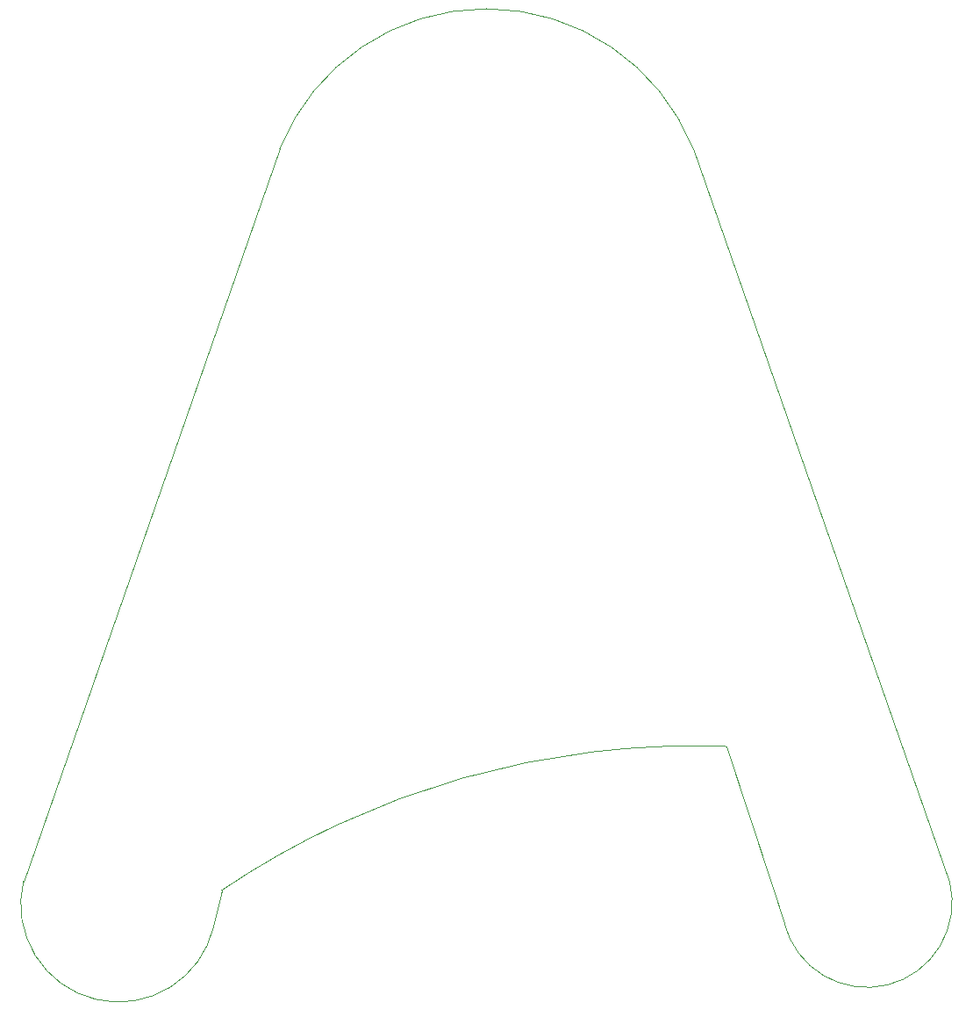
<source format=gm1>
G04 #@! TF.GenerationSoftware,KiCad,Pcbnew,9.0.1*
G04 #@! TF.CreationDate,2025-05-23T23:34:19-04:00*
G04 #@! TF.ProjectId,logic01,6c6f6769-6330-4312-9e6b-696361645f70,rev?*
G04 #@! TF.SameCoordinates,Original*
G04 #@! TF.FileFunction,Profile,NP*
%FSLAX46Y46*%
G04 Gerber Fmt 4.6, Leading zero omitted, Abs format (unit mm)*
G04 Created by KiCad (PCBNEW 9.0.1) date 2025-05-23 23:34:19*
%MOMM*%
%LPD*%
G01*
G04 APERTURE LIST*
G04 #@! TA.AperFunction,Profile*
%ADD10C,0.050000*%
G04 #@! TD*
G04 APERTURE END LIST*
D10*
X194807336Y-128952989D02*
G75*
G02*
X178847343Y-132942987I-7979996J-1995001D01*
G01*
X124552626Y-129821697D02*
G75*
G02*
X173239483Y-115946962I45516704J-67360283D01*
G01*
X173239483Y-115946959D02*
X177650336Y-129351989D01*
X123785338Y-133341986D02*
X124552626Y-129821697D01*
X178847336Y-132942989D02*
X177650336Y-129351989D01*
X170069336Y-58329991D02*
X194807336Y-128952989D01*
X130169338Y-58329991D02*
G75*
G02*
X170069336Y-58329991I19949999J-7979995D01*
G01*
X123785338Y-133341989D02*
G75*
G02*
X105431347Y-128952991I-9176998J2194489D01*
G01*
X130169338Y-58329991D02*
X105431338Y-128952989D01*
M02*

</source>
